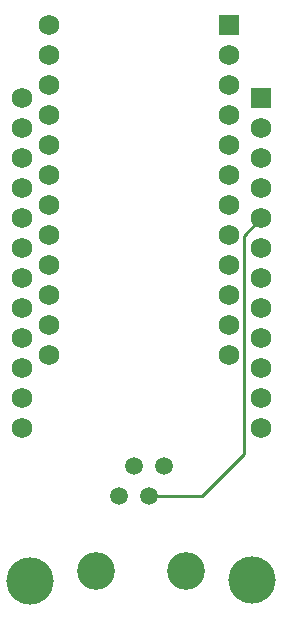
<source format=gbl>
G04 #@! TF.GenerationSoftware,KiCad,Pcbnew,(5.1.5-0-10_14)*
G04 #@! TF.CreationDate,2021-06-11T17:19:42+03:00*
G04 #@! TF.ProjectId,Wyse-converter,57797365-2d63-46f6-9e76-65727465722e,rev?*
G04 #@! TF.SameCoordinates,Original*
G04 #@! TF.FileFunction,Copper,L2,Bot*
G04 #@! TF.FilePolarity,Positive*
%FSLAX46Y46*%
G04 Gerber Fmt 4.6, Leading zero omitted, Abs format (unit mm)*
G04 Created by KiCad (PCBNEW (5.1.5-0-10_14)) date 2021-06-11 17:19:42*
%MOMM*%
%LPD*%
G04 APERTURE LIST*
%ADD10R,1.752600X1.752600*%
%ADD11C,1.752600*%
%ADD12C,3.200000*%
%ADD13C,1.500000*%
%ADD14C,4.000000*%
%ADD15C,0.250000*%
G04 APERTURE END LIST*
D10*
X112630000Y-58320000D03*
D11*
X112630000Y-60860000D03*
X112630000Y-63400000D03*
X112630000Y-65940000D03*
X112630000Y-68480000D03*
X112630000Y-71020000D03*
X112630000Y-73560000D03*
X112630000Y-76100000D03*
X112630000Y-78640000D03*
X112630000Y-81180000D03*
X112630000Y-83720000D03*
X92390000Y-86260000D03*
X92390000Y-83720000D03*
X92390000Y-81180000D03*
X92390000Y-78640000D03*
X92390000Y-76100000D03*
X92390000Y-73560000D03*
X92390000Y-71020000D03*
X92390000Y-68480000D03*
X92390000Y-65940000D03*
X92390000Y-63400000D03*
X92390000Y-60860000D03*
X112630000Y-86260000D03*
X92390000Y-58320000D03*
D12*
X98680000Y-98330000D03*
X106300000Y-98330000D03*
D13*
X100590000Y-91980000D03*
X101860000Y-89440000D03*
X104400000Y-89440000D03*
X103130000Y-91980000D03*
D10*
X109960000Y-52130000D03*
D11*
X109960000Y-54670000D03*
X109960000Y-57210000D03*
X109960000Y-59750000D03*
X109960000Y-62290000D03*
X109960000Y-64830000D03*
X109960000Y-67370000D03*
X109960000Y-69910000D03*
X109960000Y-72450000D03*
X109960000Y-74990000D03*
X109960000Y-77530000D03*
X94720000Y-80070000D03*
X94720000Y-77530000D03*
X94720000Y-74990000D03*
X94720000Y-72450000D03*
X94720000Y-69910000D03*
X94720000Y-67370000D03*
X94720000Y-64830000D03*
X94720000Y-62290000D03*
X94720000Y-59750000D03*
X94720000Y-57210000D03*
X94720000Y-54670000D03*
X109960000Y-80070000D03*
X94720000Y-52130000D03*
D14*
X93110000Y-99150000D03*
X111880000Y-99120000D03*
D15*
X111161301Y-88468699D02*
X107650000Y-91980000D01*
X111161301Y-69948699D02*
X111161301Y-88468699D01*
X107650000Y-91980000D02*
X103130000Y-91980000D01*
X112630000Y-68480000D02*
X111161301Y-69948699D01*
M02*

</source>
